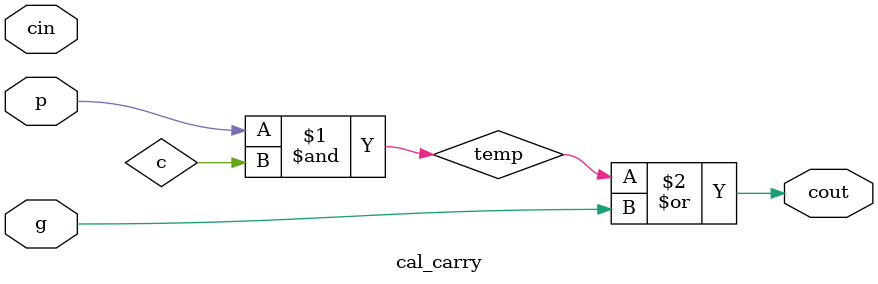
<source format=v>
module CLA32(CarryIn, a, b, result, CarryOut);
   input  a, b;
   input CarryIn;
   output CarryOut;
   output  result;
   parameter delay = 50;

   wire  p, g;
   wire  c;

   buf# (delay) buf0(c, CarryIn);

   genvar i;
   generate
   for(i=0; i<32; i++)
       begin: CalculatePandG
           and# (delay) myAnd(g, a, b);
           or # (delay) myOr(p, a, b);
       end
   endgenerate

   carry_lookahead myCarryLookAhead(p, g, CarryIn, c, CarryOut);

   genvar j;
   generate
   for(j=0; j<32; j++)
       begin: JoinedAdder
           xor# (delay) Adderj(result, c, a, b);
       end
   endgenerate
endmodule
//CARRY-LOOKAHEAD
module carry_lookahead(p, g, CarryIn, c, CarryOut);
   input  p, g;
   input CarryIn;
   output  c;
   output CarryOut;

   buf# 50 buf0(c, CarryIn);

   genvar i;
   generate
   for(i=0; i<31; i++)
       begin: CarryLookAhead
           cal_carry myCarry(p, g, c, c);
       end
   endgenerate
   cal_carry myCarry31(p, g, c, CarryOut);
endmodule
module cal_carry(p, g, cin, cout);
   input p, g, cin;
   output cout;
   parameter delay = 50;

   wire temp;

   and# (delay) and0(temp, p, c);
   or # (delay) or0(cout, temp, g);
endmodule
</source>
